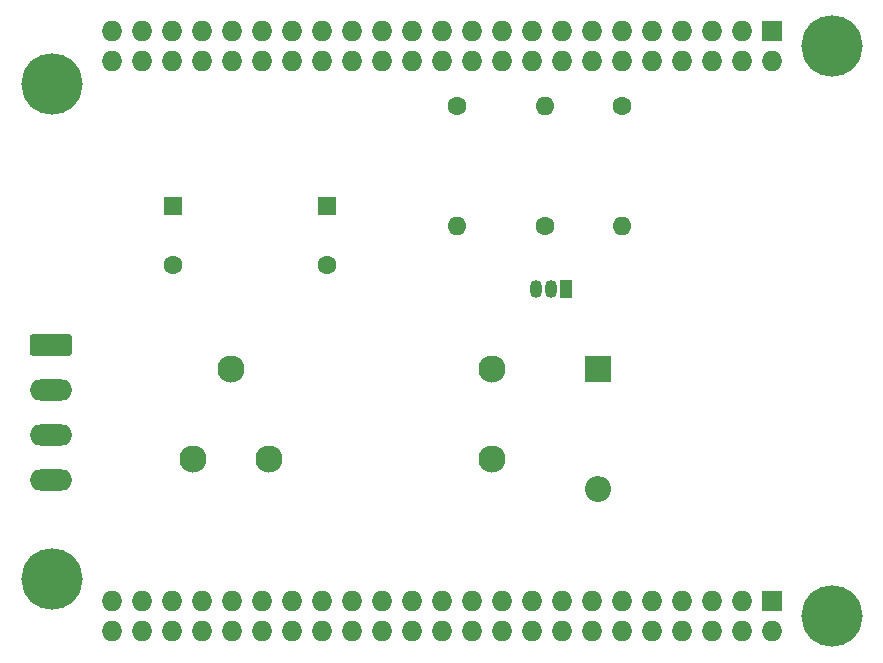
<source format=gbs>
G04 #@! TF.GenerationSoftware,KiCad,Pcbnew,6.0.11-2627ca5db0~126~ubuntu20.04.1*
G04 #@! TF.CreationDate,2023-02-26T18:19:29-08:00*
G04 #@! TF.ProjectId,stingray,7374696e-6772-4617-992e-6b696361645f,A1*
G04 #@! TF.SameCoordinates,Original*
G04 #@! TF.FileFunction,Soldermask,Bot*
G04 #@! TF.FilePolarity,Negative*
%FSLAX46Y46*%
G04 Gerber Fmt 4.6, Leading zero omitted, Abs format (unit mm)*
G04 Created by KiCad (PCBNEW 6.0.11-2627ca5db0~126~ubuntu20.04.1) date 2023-02-26 18:19:29*
%MOMM*%
%LPD*%
G01*
G04 APERTURE LIST*
G04 Aperture macros list*
%AMRoundRect*
0 Rectangle with rounded corners*
0 $1 Rounding radius*
0 $2 $3 $4 $5 $6 $7 $8 $9 X,Y pos of 4 corners*
0 Add a 4 corners polygon primitive as box body*
4,1,4,$2,$3,$4,$5,$6,$7,$8,$9,$2,$3,0*
0 Add four circle primitives for the rounded corners*
1,1,$1+$1,$2,$3*
1,1,$1+$1,$4,$5*
1,1,$1+$1,$6,$7*
1,1,$1+$1,$8,$9*
0 Add four rect primitives between the rounded corners*
20,1,$1+$1,$2,$3,$4,$5,0*
20,1,$1+$1,$4,$5,$6,$7,0*
20,1,$1+$1,$6,$7,$8,$9,0*
20,1,$1+$1,$8,$9,$2,$3,0*%
G04 Aperture macros list end*
%ADD10C,1.600000*%
%ADD11O,1.600000X1.600000*%
%ADD12R,1.050000X1.500000*%
%ADD13O,1.050000X1.500000*%
%ADD14R,2.200000X2.200000*%
%ADD15O,2.200000X2.200000*%
%ADD16O,3.600000X1.800000*%
%ADD17RoundRect,0.250000X-1.550000X0.650000X-1.550000X-0.650000X1.550000X-0.650000X1.550000X0.650000X0*%
%ADD18R,1.727200X1.727200*%
%ADD19O,1.727200X1.727200*%
%ADD20R,1.600000X1.600000*%
%ADD21C,2.300000*%
%ADD22C,5.200000*%
G04 APERTURE END LIST*
D10*
X147500000Y-85660000D03*
D11*
X147500000Y-75500000D03*
D10*
X140000000Y-75500000D03*
D11*
X140000000Y-85660000D03*
D10*
X154000000Y-75500000D03*
D11*
X154000000Y-85660000D03*
D12*
X149270000Y-91000000D03*
D13*
X148000000Y-91000000D03*
X146730000Y-91000000D03*
D14*
X152000000Y-97780000D03*
D15*
X152000000Y-107940000D03*
D16*
X105610000Y-107200000D03*
X105610000Y-103390000D03*
X105610000Y-99580000D03*
D17*
X105610000Y-95770000D03*
D18*
X166675000Y-117465000D03*
D19*
X166675000Y-120005000D03*
X164135000Y-117465000D03*
X164135000Y-120005000D03*
X161595000Y-117465000D03*
X161595000Y-120005000D03*
X159055000Y-117465000D03*
X159055000Y-120005000D03*
X156515000Y-117465000D03*
X156515000Y-120005000D03*
X153975000Y-117465000D03*
X153975000Y-120005000D03*
X151435000Y-117465000D03*
X151435000Y-120005000D03*
X148895000Y-117465000D03*
X148895000Y-120005000D03*
X146355000Y-117465000D03*
X146355000Y-120005000D03*
X143815000Y-117465000D03*
X143815000Y-120005000D03*
X141275000Y-117465000D03*
X141275000Y-120005000D03*
X138735000Y-117465000D03*
X138735000Y-120005000D03*
X136195000Y-117465000D03*
X136195000Y-120005000D03*
X133655000Y-117465000D03*
X133655000Y-120005000D03*
X131115000Y-117465000D03*
X131115000Y-120005000D03*
X128575000Y-117465000D03*
X128575000Y-120005000D03*
X126035000Y-117465000D03*
X126035000Y-120005000D03*
X123495000Y-117465000D03*
X123495000Y-120005000D03*
X120955000Y-117465000D03*
X120955000Y-120005000D03*
X118415000Y-117465000D03*
X118415000Y-120005000D03*
X115875000Y-117465000D03*
X115875000Y-120005000D03*
X113335000Y-117465000D03*
X113335000Y-120005000D03*
X110795000Y-117465000D03*
X110795000Y-120005000D03*
D20*
X129000000Y-83986745D03*
D10*
X129000000Y-88986745D03*
D21*
X143000000Y-97800000D03*
X120900000Y-97800000D03*
X117700000Y-105420000D03*
X124100000Y-105420000D03*
X143000000Y-105420000D03*
D22*
X171755000Y-70475000D03*
X171755000Y-118735000D03*
X105715000Y-73650000D03*
X105715000Y-115560000D03*
D18*
X166675000Y-69205000D03*
D19*
X166675000Y-71745000D03*
X164135000Y-69205000D03*
X164135000Y-71745000D03*
X161595000Y-69205000D03*
X161595000Y-71745000D03*
X159055000Y-69205000D03*
X159055000Y-71745000D03*
X156515000Y-69205000D03*
X156515000Y-71745000D03*
X153975000Y-69205000D03*
X153975000Y-71745000D03*
X151435000Y-69205000D03*
X151435000Y-71745000D03*
X148895000Y-69205000D03*
X148895000Y-71745000D03*
X146355000Y-69205000D03*
X146355000Y-71745000D03*
X143815000Y-69205000D03*
X143815000Y-71745000D03*
X141275000Y-69205000D03*
X141275000Y-71745000D03*
X138735000Y-69205000D03*
X138735000Y-71745000D03*
X136195000Y-69205000D03*
X136195000Y-71745000D03*
X133655000Y-69205000D03*
X133655000Y-71745000D03*
X131115000Y-69205000D03*
X131115000Y-71745000D03*
X128575000Y-69205000D03*
X128575000Y-71745000D03*
X126035000Y-69205000D03*
X126035000Y-71745000D03*
X123495000Y-69205000D03*
X123495000Y-71745000D03*
X120955000Y-69205000D03*
X120955000Y-71745000D03*
X118415000Y-69205000D03*
X118415000Y-71745000D03*
X115875000Y-69205000D03*
X115875000Y-71745000D03*
X113335000Y-69205000D03*
X113335000Y-71745000D03*
X110795000Y-69205000D03*
X110795000Y-71745000D03*
D20*
X116000000Y-84000000D03*
D10*
X116000000Y-89000000D03*
M02*

</source>
